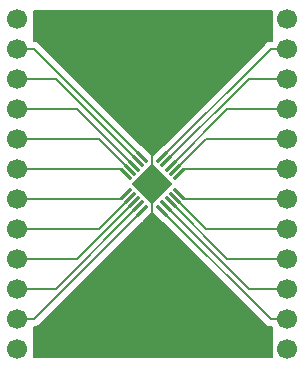
<source format=gtl>
G04 #@! TF.GenerationSoftware,KiCad,Pcbnew,9.0.6*
G04 #@! TF.CreationDate,2025-12-31T14:00:50-06:00*
G04 #@! TF.ProjectId,QFN-20_4x4,51464e2d-3230-45f3-9478-342e6b696361,rev?*
G04 #@! TF.SameCoordinates,Original*
G04 #@! TF.FileFunction,Copper,L1,Top*
G04 #@! TF.FilePolarity,Positive*
%FSLAX46Y46*%
G04 Gerber Fmt 4.6, Leading zero omitted, Abs format (unit mm)*
G04 Created by KiCad (PCBNEW 9.0.6) date 2025-12-31 14:00:50*
%MOMM*%
%LPD*%
G01*
G04 APERTURE LIST*
G04 Aperture macros list*
%AMRoundRect*
0 Rectangle with rounded corners*
0 $1 Rounding radius*
0 $2 $3 $4 $5 $6 $7 $8 $9 X,Y pos of 4 corners*
0 Add a 4 corners polygon primitive as box body*
4,1,4,$2,$3,$4,$5,$6,$7,$8,$9,$2,$3,0*
0 Add four circle primitives for the rounded corners*
1,1,$1+$1,$2,$3*
1,1,$1+$1,$4,$5*
1,1,$1+$1,$6,$7*
1,1,$1+$1,$8,$9*
0 Add four rect primitives between the rounded corners*
20,1,$1+$1,$2,$3,$4,$5,0*
20,1,$1+$1,$4,$5,$6,$7,0*
20,1,$1+$1,$6,$7,$8,$9,0*
20,1,$1+$1,$8,$9,$2,$3,0*%
%AMRotRect*
0 Rectangle, with rotation*
0 The origin of the aperture is its center*
0 $1 length*
0 $2 width*
0 $3 Rotation angle, in degrees counterclockwise*
0 Add horizontal line*
21,1,$1,$2,0,0,$3*%
G04 Aperture macros list end*
G04 #@! TA.AperFunction,ComponentPad*
%ADD10C,1.700000*%
G04 #@! TD*
G04 #@! TA.AperFunction,SMDPad,CuDef*
%ADD11RoundRect,0.062500X-0.437522X-0.349134X-0.349134X-0.437522X0.437522X0.349134X0.349134X0.437522X0*%
G04 #@! TD*
G04 #@! TA.AperFunction,SMDPad,CuDef*
%ADD12RoundRect,0.062500X-0.437522X0.349134X0.349134X-0.437522X0.437522X-0.349134X-0.349134X0.437522X0*%
G04 #@! TD*
G04 #@! TA.AperFunction,HeatsinkPad*
%ADD13C,0.500000*%
G04 #@! TD*
G04 #@! TA.AperFunction,HeatsinkPad*
%ADD14RotRect,2.500000X2.500000X315.000000*%
G04 #@! TD*
G04 #@! TA.AperFunction,Conductor*
%ADD15C,0.200000*%
G04 #@! TD*
G04 APERTURE END LIST*
D10*
X149860000Y-106680000D03*
X149860000Y-109220000D03*
X149860000Y-111760000D03*
X149860000Y-114300000D03*
X149860000Y-116840000D03*
X149860000Y-119380000D03*
X149860000Y-121920000D03*
X149860000Y-124460000D03*
X149860000Y-127000000D03*
X149860000Y-129540000D03*
X149860000Y-132080000D03*
X149860000Y-134620000D03*
X127000000Y-106680000D03*
X127000000Y-109220000D03*
X127000000Y-111760000D03*
X127000000Y-114300000D03*
X127000000Y-116840000D03*
X127000000Y-119380000D03*
X127000000Y-121920000D03*
X127000000Y-124460000D03*
X127000000Y-127000000D03*
X127000000Y-129540000D03*
X127000000Y-132080000D03*
X127000000Y-134620000D03*
D11*
X136526822Y-121846071D03*
X137587482Y-122906731D03*
X136173269Y-121492518D03*
X136880376Y-122199624D03*
X137233929Y-122553178D03*
D12*
X136880376Y-119100376D03*
X136526822Y-119453929D03*
X136173269Y-119807482D03*
X137233929Y-118746822D03*
X137587482Y-118393269D03*
X139272518Y-122906731D03*
X139626071Y-122553178D03*
X139979624Y-122199624D03*
X140333178Y-121846071D03*
X140686731Y-121492518D03*
D11*
X140686731Y-119807482D03*
X140333178Y-119453929D03*
X139979624Y-119100376D03*
X139626071Y-118746822D03*
X139272518Y-118393269D03*
D13*
X138430000Y-119235786D03*
X137015786Y-120650000D03*
D14*
X138430000Y-120650000D03*
D13*
X139844214Y-120650000D03*
X138430000Y-122064214D03*
D15*
X138430000Y-117094000D02*
X138684000Y-116840000D01*
X138430000Y-119235786D02*
X138430000Y-117094000D01*
X138430000Y-122064214D02*
X138430000Y-124206000D01*
X127000000Y-109220000D02*
X128414213Y-109220000D01*
X128414213Y-109220000D02*
X137587482Y-118393269D01*
X146612893Y-111760000D02*
X139626071Y-118746822D01*
X149860000Y-111760000D02*
X146612893Y-111760000D01*
X149860000Y-114300000D02*
X144780000Y-114300000D01*
X144780000Y-114300000D02*
X139979624Y-119100376D01*
X142947107Y-116840000D02*
X140333178Y-119453929D01*
X149860000Y-116840000D02*
X142947107Y-116840000D01*
X141114213Y-119380000D02*
X140686731Y-119807482D01*
X149860000Y-119380000D02*
X141114213Y-119380000D01*
X141114213Y-121920000D02*
X140686731Y-121492518D01*
X149860000Y-121920000D02*
X141114213Y-121920000D01*
X142947107Y-124460000D02*
X140333178Y-121846071D01*
X149860000Y-124460000D02*
X142947107Y-124460000D01*
X144780000Y-127000000D02*
X139979624Y-122199624D01*
X149860000Y-127000000D02*
X144780000Y-127000000D01*
X146612893Y-129540000D02*
X139626071Y-122553178D01*
X149860000Y-129540000D02*
X146612893Y-129540000D01*
X149860000Y-132080000D02*
X148445787Y-132080000D01*
X148445787Y-132080000D02*
X139272518Y-122906731D01*
X127000000Y-132080000D02*
X128414213Y-132080000D01*
X128414213Y-132080000D02*
X137587482Y-122906731D01*
X127000000Y-129540000D02*
X130247107Y-129540000D01*
X130247107Y-129540000D02*
X137233929Y-122553178D01*
X132080000Y-127000000D02*
X136880376Y-122199624D01*
X127000000Y-127000000D02*
X132080000Y-127000000D01*
X133912893Y-124460000D02*
X127000000Y-124460000D01*
X136526822Y-121846071D02*
X133912893Y-124460000D01*
X135745787Y-121920000D02*
X127000000Y-121920000D01*
X136173269Y-121492518D02*
X135745787Y-121920000D01*
X135745787Y-119380000D02*
X136173269Y-119807482D01*
X127000000Y-119380000D02*
X135745787Y-119380000D01*
X133912893Y-116840000D02*
X136526822Y-119453929D01*
X127000000Y-116840000D02*
X133912893Y-116840000D01*
X132080000Y-114300000D02*
X136880376Y-119100376D01*
X127000000Y-114300000D02*
X132080000Y-114300000D01*
X130247107Y-111760000D02*
X137233929Y-118746822D01*
X127000000Y-111760000D02*
X130247107Y-111760000D01*
X148445787Y-109220000D02*
X139272518Y-118393269D01*
X149860000Y-109220000D02*
X148445787Y-109220000D01*
G04 #@! TA.AperFunction,Conductor*
G36*
X138473332Y-123007982D02*
G01*
X138517680Y-123036483D01*
X139249642Y-123768444D01*
X139249653Y-123768454D01*
X139337716Y-123836029D01*
X139337719Y-123836030D01*
X139337722Y-123836033D01*
X139339218Y-123836652D01*
X139340307Y-123837104D01*
X139380536Y-123863984D01*
X147960926Y-132444374D01*
X147960936Y-132444385D01*
X147965266Y-132448715D01*
X147965267Y-132448716D01*
X148077071Y-132560520D01*
X148077073Y-132560521D01*
X148077077Y-132560524D01*
X148213996Y-132639573D01*
X148214003Y-132639577D01*
X148325806Y-132669534D01*
X148366729Y-132680500D01*
X148366730Y-132680500D01*
X148522838Y-132680500D01*
X148527013Y-132680782D01*
X148556029Y-132691473D01*
X148585697Y-132700185D01*
X148588522Y-132703446D01*
X148592574Y-132704939D01*
X148611207Y-132729625D01*
X148631452Y-132752989D01*
X148632508Y-132757846D01*
X148634667Y-132760706D01*
X148635483Y-132771521D01*
X148642658Y-132804500D01*
X148642658Y-135265500D01*
X148622973Y-135332539D01*
X148570169Y-135378294D01*
X148518658Y-135389500D01*
X128446658Y-135389500D01*
X128379619Y-135369815D01*
X128333864Y-135317011D01*
X128322658Y-135265500D01*
X128322658Y-132804501D01*
X128342343Y-132737462D01*
X128395147Y-132691707D01*
X128446658Y-132680501D01*
X128493267Y-132680501D01*
X128493270Y-132680501D01*
X128645998Y-132639577D01*
X128696117Y-132610639D01*
X128782929Y-132560520D01*
X128894733Y-132448716D01*
X128894733Y-132448714D01*
X128904941Y-132438507D01*
X128904943Y-132438504D01*
X137479465Y-123863981D01*
X137519699Y-123837100D01*
X137522278Y-123836033D01*
X137610356Y-123768447D01*
X138342318Y-123036482D01*
X138403641Y-123002998D01*
X138473332Y-123007982D01*
G37*
G04 #@! TD.AperFunction*
G04 #@! TA.AperFunction,Conductor*
G36*
X138440692Y-119190454D02*
G01*
X138473332Y-119192789D01*
X138475611Y-119194253D01*
X138477598Y-119194470D01*
X138507929Y-119212518D01*
X138513035Y-119216643D01*
X138551376Y-119254984D01*
X138639454Y-119322571D01*
X138649073Y-119326555D01*
X138663005Y-119337811D01*
X138690269Y-119374252D01*
X138692705Y-119372847D01*
X138696769Y-119379887D01*
X138764348Y-119467956D01*
X138764349Y-119467957D01*
X138764351Y-119467959D01*
X138764355Y-119467964D01*
X138904929Y-119608537D01*
X138993007Y-119676124D01*
X138993011Y-119676125D01*
X139000046Y-119680188D01*
X138998342Y-119683138D01*
X139040477Y-119717085D01*
X139045730Y-119726701D01*
X139046256Y-119726398D01*
X139050322Y-119733441D01*
X139117901Y-119821510D01*
X139117902Y-119821511D01*
X139117904Y-119821513D01*
X139117908Y-119821518D01*
X139258482Y-119962091D01*
X139258486Y-119962094D01*
X139258488Y-119962096D01*
X139258491Y-119962099D01*
X139346554Y-120029674D01*
X139346557Y-120029675D01*
X139346560Y-120029678D01*
X139346563Y-120029679D01*
X139353596Y-120033740D01*
X139351895Y-120036686D01*
X139394049Y-120070666D01*
X139399289Y-120080255D01*
X139399812Y-120079954D01*
X139403876Y-120086994D01*
X139471455Y-120175063D01*
X139471456Y-120175064D01*
X139471458Y-120175066D01*
X139471462Y-120175071D01*
X139612036Y-120315644D01*
X139700114Y-120383231D01*
X139700120Y-120383233D01*
X139707157Y-120387297D01*
X139705740Y-120389749D01*
X139742189Y-120416995D01*
X139753444Y-120430925D01*
X139757429Y-120440546D01*
X139825015Y-120528624D01*
X139863356Y-120566965D01*
X139867481Y-120572070D01*
X139878474Y-120598515D01*
X139892194Y-120623641D01*
X139891713Y-120630362D01*
X139894301Y-120636588D01*
X139889252Y-120664773D01*
X139887210Y-120693333D01*
X139882949Y-120699963D01*
X139881982Y-120705363D01*
X139873855Y-120714113D01*
X139858712Y-120737678D01*
X139825015Y-120771376D01*
X139825010Y-120771382D01*
X139757429Y-120859451D01*
X139753365Y-120866492D01*
X139750443Y-120864805D01*
X139716291Y-120907046D01*
X139706858Y-120912194D01*
X139707153Y-120912705D01*
X139700112Y-120916769D01*
X139612043Y-120984348D01*
X139612042Y-120984349D01*
X139471457Y-121124935D01*
X139471454Y-121124938D01*
X139403879Y-121213001D01*
X139399816Y-121220040D01*
X139396894Y-121218353D01*
X139362739Y-121260599D01*
X139353300Y-121265748D01*
X139353596Y-121266260D01*
X139346558Y-121270322D01*
X139258489Y-121337901D01*
X139258488Y-121337902D01*
X139117906Y-121478485D01*
X139079638Y-121528355D01*
X139050322Y-121566560D01*
X139050321Y-121566561D01*
X139050321Y-121566562D01*
X139046257Y-121573601D01*
X139043324Y-121571907D01*
X139009247Y-121614109D01*
X138999752Y-121619297D01*
X139000049Y-121619810D01*
X138993005Y-121623876D01*
X138904936Y-121691455D01*
X138904935Y-121691456D01*
X138764350Y-121832042D01*
X138764347Y-121832045D01*
X138696769Y-121920111D01*
X138692705Y-121927152D01*
X138690286Y-121925755D01*
X138663004Y-121962189D01*
X138649072Y-121973445D01*
X138639454Y-121977429D01*
X138551376Y-122045015D01*
X138513036Y-122083354D01*
X138507929Y-122087481D01*
X138481484Y-122098473D01*
X138456356Y-122112195D01*
X138449634Y-122111714D01*
X138443411Y-122114301D01*
X138415224Y-122109252D01*
X138386665Y-122107209D01*
X138380037Y-122102949D01*
X138374636Y-122101982D01*
X138365882Y-122093852D01*
X138342320Y-122078710D01*
X138308631Y-122045022D01*
X138308617Y-122045010D01*
X138220551Y-121977432D01*
X138213510Y-121973367D01*
X138215205Y-121970430D01*
X138173015Y-121936379D01*
X138167819Y-121926855D01*
X138167297Y-121927157D01*
X138163232Y-121920118D01*
X138163231Y-121920114D01*
X138163228Y-121920110D01*
X138095651Y-121832043D01*
X138095650Y-121832042D01*
X138095648Y-121832040D01*
X138095645Y-121832036D01*
X137955071Y-121691463D01*
X137955066Y-121691459D01*
X137955064Y-121691457D01*
X137955061Y-121691454D01*
X137866995Y-121623876D01*
X137859955Y-121619812D01*
X137861661Y-121616856D01*
X137819546Y-121582950D01*
X137814277Y-121573290D01*
X137813742Y-121573599D01*
X137809677Y-121566558D01*
X137742098Y-121478489D01*
X137742097Y-121478488D01*
X137742094Y-121478485D01*
X137742092Y-121478482D01*
X137601518Y-121337909D01*
X137601513Y-121337905D01*
X137601511Y-121337903D01*
X137601508Y-121337900D01*
X137513442Y-121270322D01*
X137506402Y-121266258D01*
X137508105Y-121263307D01*
X137465974Y-121229369D01*
X137460718Y-121219736D01*
X137460186Y-121220044D01*
X137456121Y-121213002D01*
X137388544Y-121124936D01*
X137388543Y-121124935D01*
X137388541Y-121124933D01*
X137388538Y-121124929D01*
X137247964Y-120984356D01*
X137247959Y-120984352D01*
X137247957Y-120984350D01*
X137247954Y-120984347D01*
X137159891Y-120916772D01*
X137152850Y-120912707D01*
X137154255Y-120910271D01*
X137117811Y-120883005D01*
X137106555Y-120869073D01*
X137102571Y-120859454D01*
X137034985Y-120771376D01*
X136996641Y-120733032D01*
X136992517Y-120727928D01*
X136981523Y-120701481D01*
X136967804Y-120676357D01*
X136968284Y-120669635D01*
X136965697Y-120663411D01*
X136970745Y-120635225D01*
X136972788Y-120606665D01*
X136977048Y-120600035D01*
X136978016Y-120594635D01*
X136986145Y-120585880D01*
X137001288Y-120562319D01*
X137034984Y-120528624D01*
X137102571Y-120440546D01*
X137102572Y-120440541D01*
X137102574Y-120440540D01*
X137106636Y-120433506D01*
X137109609Y-120435222D01*
X137143383Y-120393178D01*
X137153162Y-120387838D01*
X137152848Y-120387294D01*
X137159880Y-120383233D01*
X137159886Y-120383231D01*
X137247964Y-120315645D01*
X137388537Y-120175071D01*
X137456124Y-120086993D01*
X137456127Y-120086983D01*
X137460190Y-120079950D01*
X137463165Y-120081667D01*
X137496936Y-120039626D01*
X137506710Y-120034287D01*
X137506397Y-120033744D01*
X137513432Y-120029681D01*
X137513440Y-120029678D01*
X137601518Y-119962092D01*
X137742091Y-119821518D01*
X137809678Y-119733440D01*
X137809682Y-119733430D01*
X137813744Y-119726397D01*
X137816714Y-119728112D01*
X137850517Y-119686053D01*
X137860263Y-119680732D01*
X137859950Y-119680190D01*
X137866985Y-119676127D01*
X137866993Y-119676124D01*
X137955071Y-119608538D01*
X138095644Y-119467964D01*
X138163231Y-119379886D01*
X138163232Y-119379881D01*
X138163234Y-119379880D01*
X138167296Y-119372846D01*
X138170269Y-119374562D01*
X138204043Y-119332518D01*
X138213822Y-119327178D01*
X138213508Y-119326634D01*
X138220540Y-119322573D01*
X138220546Y-119322571D01*
X138308624Y-119254985D01*
X138308629Y-119254980D01*
X138342318Y-119221291D01*
X138344403Y-119220152D01*
X138345619Y-119218109D01*
X138374916Y-119203490D01*
X138403640Y-119187805D01*
X138406010Y-119187974D01*
X138408138Y-119186913D01*
X138440692Y-119190454D01*
G37*
G04 #@! TD.AperFunction*
G04 #@! TA.AperFunction,Conductor*
G36*
X148585697Y-105930185D02*
G01*
X148631452Y-105982989D01*
X148642658Y-106034500D01*
X148642658Y-108495500D01*
X148622973Y-108562539D01*
X148570169Y-108608294D01*
X148518658Y-108619500D01*
X148366727Y-108619500D01*
X148325806Y-108630464D01*
X148325806Y-108630465D01*
X148288538Y-108640451D01*
X148214001Y-108660423D01*
X148213996Y-108660426D01*
X148077077Y-108739475D01*
X148077069Y-108739481D01*
X147965265Y-108851286D01*
X139380534Y-117436016D01*
X139340315Y-117462892D01*
X139337723Y-117463965D01*
X139249644Y-117531552D01*
X138517680Y-118263516D01*
X138456357Y-118297001D01*
X138386665Y-118292017D01*
X138342320Y-118263517D01*
X137610356Y-117531554D01*
X137610355Y-117531553D01*
X137610346Y-117531545D01*
X137522283Y-117463970D01*
X137522279Y-117463968D01*
X137522278Y-117463967D01*
X137519686Y-117462893D01*
X137479464Y-117436016D01*
X128901803Y-108858355D01*
X128901801Y-108858352D01*
X128782930Y-108739481D01*
X128782929Y-108739480D01*
X128696117Y-108689360D01*
X128696117Y-108689359D01*
X128696113Y-108689358D01*
X128645998Y-108660423D01*
X128493270Y-108619499D01*
X128446658Y-108619499D01*
X128379619Y-108599814D01*
X128333864Y-108547010D01*
X128322658Y-108495499D01*
X128322658Y-106034500D01*
X128342343Y-105967461D01*
X128395147Y-105921706D01*
X128446658Y-105910500D01*
X148518658Y-105910500D01*
X148585697Y-105930185D01*
G37*
G04 #@! TD.AperFunction*
M02*

</source>
